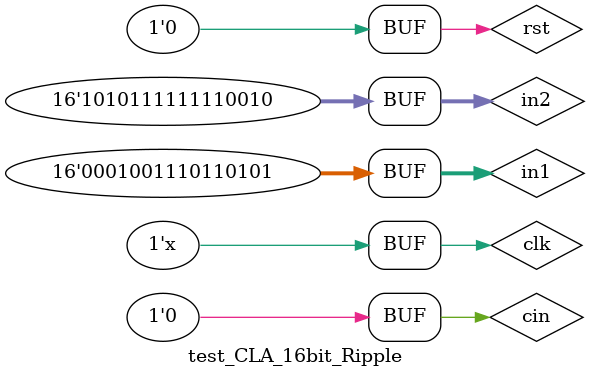
<source format=v>
`timescale 1ns / 1ps


module test_CLA_16bit_Ripple;

	// Inputs
	reg clk;
	reg rst;
	reg [15:0] in1;
	reg [15:0] in2;
	reg cin;

	// Outputs
	wire [15:0] out;
	wire cout;

	// Instantiate the Unit Under Test (UUT)
	wrapper_CLA_16bit_Ripple uut (
		.clk(clk), 
		.rst(rst), 
		.in1(in1), 
		.in2(in2), 
		.cin(cin), 
		.out(out), 
		.cout(cout)
	);

	initial begin
		// Initialize Inputs
		clk = 0;
		rst = 0;
		in1 = 0;
		in2 = 0;
		cin = 0;
	end
	
	always #10 clk=~clk;
	
	initial begin
		#100 rst <= 1'd0;
		in1<=16'd5045;
		in2<=16'd45042;
	end
      
endmodule


</source>
